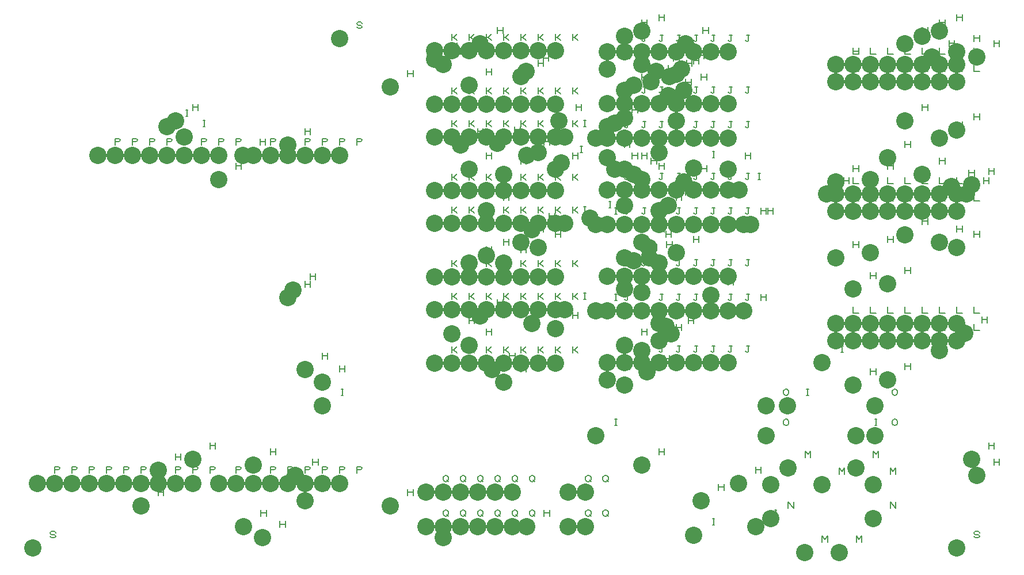
<source format=gbr>
G04 EasyPC Gerber Version 21.0.3 Build 4286 *
%FSLAX35Y35*%
%MOIN*%
%ADD11C,0.00500*%
%ADD81C,0.10000*%
X0Y0D02*
D02*
D11*
X32750Y29625D02*
X33063Y29000D01*
X33687Y28687*
X34937*
X35563Y29000*
X35875Y29625*
X35563Y30250*
X34937Y30563*
X33687*
X33063Y30875*
X32750Y31500*
X33063Y32125*
X33687Y32437*
X34937*
X35563Y32125*
X35875Y31500*
X35250Y66187D02*
Y69937D01*
X37437*
X38063Y69625*
X38375Y69000*
X38063Y68375*
X37437Y68063*
X35250*
X45250Y66187D02*
Y69937D01*
X47437*
X48063Y69625*
X48375Y69000*
X48063Y68375*
X47437Y68063*
X45250*
X55250Y66187D02*
Y69937D01*
X57437*
X58063Y69625*
X58375Y69000*
X58063Y68375*
X57437Y68063*
X55250*
X65250Y66187D02*
Y69937D01*
X67437*
X68063Y69625*
X68375Y69000*
X68063Y68375*
X67437Y68063*
X65250*
X70250Y256187D02*
Y259937D01*
X72437*
X73063Y259625*
X73375Y259000*
X73063Y258375*
X72437Y258063*
X70250*
X75250Y66187D02*
Y69937D01*
X77437*
X78063Y69625*
X78375Y69000*
X78063Y68375*
X77437Y68063*
X75250*
X80250Y256187D02*
Y259937D01*
X82437*
X83063Y259625*
X83375Y259000*
X83063Y258375*
X82437Y258063*
X80250*
X85250Y66187D02*
Y69937D01*
X87437*
X88063Y69625*
X88375Y69000*
X88063Y68375*
X87437Y68063*
X85250*
X90250Y256187D02*
Y259937D01*
X92437*
X93063Y259625*
X93375Y259000*
X93063Y258375*
X92437Y258063*
X90250*
X95250Y53187D02*
Y56937D01*
Y55063D02*
X98375D01*
Y53187D02*
Y56937D01*
X95250Y66187D02*
Y69937D01*
X97437*
X98063Y69625*
X98375Y69000*
X98063Y68375*
X97437Y68063*
X95250*
X100250Y256187D02*
Y259937D01*
X102437*
X103063Y259625*
X103375Y259000*
X103063Y258375*
X102437Y258063*
X100250*
X105250Y66187D02*
Y69937D01*
X107437*
X108063Y69625*
X108375Y69000*
X108063Y68375*
X107437Y68063*
X105250*
Y73687D02*
Y77437D01*
Y75563D02*
X108375D01*
Y73687D02*
Y77437D01*
X110250Y256187D02*
Y259937D01*
X112437*
X113063Y259625*
X113375Y259000*
X113063Y258375*
X112437Y258063*
X110250*
X111187Y272687D02*
X112437D01*
X111813D02*
Y276437D01*
X111187D02*
X112437D01*
X115250Y66187D02*
Y69937D01*
X117437*
X118063Y69625*
X118375Y69000*
X118063Y68375*
X117437Y68063*
X115250*
Y276187D02*
Y279937D01*
Y278063D02*
X118375D01*
Y276187D02*
Y279937D01*
X120250Y256187D02*
Y259937D01*
X122437*
X123063Y259625*
X123375Y259000*
X123063Y258375*
X122437Y258063*
X120250*
X121187Y266687D02*
X122437D01*
X121813D02*
Y270437D01*
X121187D02*
X122437D01*
X125250Y66187D02*
Y69937D01*
X127437*
X128063Y69625*
X128375Y69000*
X128063Y68375*
X127437Y68063*
X125250*
Y80187D02*
Y83937D01*
Y82063D02*
X128375D01*
Y80187D02*
Y83937D01*
X130250Y256187D02*
Y259937D01*
X132437*
X133063Y259625*
X133375Y259000*
X133063Y258375*
X132437Y258063*
X130250*
X140250Y66187D02*
Y69937D01*
X142437*
X143063Y69625*
X143375Y69000*
X143063Y68375*
X142437Y68063*
X140250*
Y242187D02*
Y245937D01*
Y244063D02*
X143375D01*
Y242187D02*
Y245937D01*
X140250Y256187D02*
Y259937D01*
X142437*
X143063Y259625*
X143375Y259000*
X143063Y258375*
X142437Y258063*
X140250*
X150250Y66187D02*
Y69937D01*
X152437*
X153063Y69625*
X153375Y69000*
X153063Y68375*
X152437Y68063*
X150250*
X154250Y256187D02*
Y259937D01*
Y258063D02*
X157375D01*
Y256187D02*
Y259937D01*
X154750Y41187D02*
Y44937D01*
Y43063D02*
X157875D01*
Y41187D02*
Y44937D01*
X160250Y66187D02*
Y69937D01*
X162437*
X163063Y69625*
X163375Y69000*
X163063Y68375*
X162437Y68063*
X160250*
Y76687D02*
Y80437D01*
Y78563D02*
X163375D01*
Y76687D02*
Y80437D01*
X160250Y256187D02*
Y259937D01*
X162437*
X163063Y259625*
X163375Y259000*
X163063Y258375*
X162437Y258063*
X160250*
X165750Y34687D02*
Y38437D01*
Y36563D02*
X168875D01*
Y34687D02*
Y38437D01*
X170250Y66187D02*
Y69937D01*
X172437*
X173063Y69625*
X173375Y69000*
X173063Y68375*
X172437Y68063*
X170250*
Y256187D02*
Y259937D01*
X172437*
X173063Y259625*
X173375Y259000*
X173063Y258375*
X172437Y258063*
X170250*
X180250Y66187D02*
Y69937D01*
X182437*
X183063Y69625*
X183375Y69000*
X183063Y68375*
X182437Y68063*
X180250*
Y173687D02*
Y177437D01*
Y175563D02*
X183375D01*
Y173687D02*
Y177437D01*
X180250Y256187D02*
Y259937D01*
X182437*
X183063Y259625*
X183375Y259000*
X183063Y258375*
X182437Y258063*
X180250*
Y262187D02*
Y265937D01*
Y264063D02*
X183375D01*
Y262187D02*
Y265937D01*
X183250Y178187D02*
Y181937D01*
Y180063D02*
X186375D01*
Y178187D02*
Y181937D01*
X184750Y70687D02*
Y74437D01*
Y72563D02*
X187875D01*
Y70687D02*
Y74437D01*
X190250Y56187D02*
Y59937D01*
Y58063D02*
X193375D01*
Y56187D02*
Y59937D01*
X190250Y66187D02*
Y69937D01*
X192437*
X193063Y69625*
X193375Y69000*
X193063Y68375*
X192437Y68063*
X190250*
Y132187D02*
Y135937D01*
Y134063D02*
X193375D01*
Y132187D02*
Y135937D01*
X190250Y256187D02*
Y259937D01*
X192437*
X193063Y259625*
X193375Y259000*
X193063Y258375*
X192437Y258063*
X190250*
X200250Y66187D02*
Y69937D01*
X202437*
X203063Y69625*
X203375Y69000*
X203063Y68375*
X202437Y68063*
X200250*
X201187Y111187D02*
X202437D01*
X201813D02*
Y114937D01*
X201187D02*
X202437D01*
X200250Y124687D02*
Y128437D01*
Y126563D02*
X203375D01*
Y124687D02*
Y128437D01*
X200250Y256187D02*
Y259937D01*
X202437*
X203063Y259625*
X203375Y259000*
X203063Y258375*
X202437Y258063*
X200250*
X210250Y66187D02*
Y69937D01*
X212437*
X213063Y69625*
X213375Y69000*
X213063Y68375*
X212437Y68063*
X210250*
Y256187D02*
Y259937D01*
X212437*
X213063Y259625*
X213375Y259000*
X213063Y258375*
X212437Y258063*
X210250*
Y324625D02*
X210563Y324000D01*
X211187Y323687*
X212437*
X213063Y324000*
X213375Y324625*
X213063Y325250*
X212437Y325563*
X211187*
X210563Y325875*
X210250Y326500*
X210563Y327125*
X211187Y327437*
X212437*
X213063Y327125*
X213375Y326500*
X239750Y53187D02*
Y56937D01*
Y55063D02*
X242875D01*
Y53187D02*
Y56937D01*
X239750Y295687D02*
Y299437D01*
Y297563D02*
X242875D01*
Y295687D02*
Y299437D01*
X260250Y42437D02*
Y43687D01*
X260563Y44313*
X260875Y44625*
X261500Y44937*
X262125*
X262750Y44625*
X263063Y44313*
X263375Y43687*
Y42437*
X263063Y41813*
X262750Y41500*
X262125Y41187*
X261500*
X260875Y41500*
X260563Y41813*
X260250Y42437*
X262437Y42125D02*
X263375Y41187D01*
X260250Y62437D02*
Y63687D01*
X260563Y64313*
X260875Y64625*
X261500Y64937*
X262125*
X262750Y64625*
X263063Y64313*
X263375Y63687*
Y62437*
X263063Y61813*
X262750Y61500*
X262125Y61187*
X261500*
X260875Y61500*
X260563Y61813*
X260250Y62437*
X262437Y62125D02*
X263375Y61187D01*
X265250Y135695D02*
Y139445D01*
Y137570D02*
X266187D01*
X268375Y139445*
X266187Y137570D02*
X268375Y135695D01*
X265250Y166680D02*
Y170430D01*
Y168555D02*
X266187D01*
X268375Y170430*
X266187Y168555D02*
X268375Y166680D01*
X265250Y185695D02*
Y189445D01*
Y187570D02*
X266187D01*
X268375Y189445*
X266187Y187570D02*
X268375Y185695D01*
X265250Y216680D02*
Y220430D01*
Y218555D02*
X266187D01*
X268375Y220430*
X266187Y218555D02*
X268375Y216680D01*
X265250Y235695D02*
Y239445D01*
Y237570D02*
X266187D01*
X268375Y239445*
X266187Y237570D02*
X268375Y235695D01*
X265250Y266680D02*
Y270430D01*
Y268555D02*
X266187D01*
X268375Y270430*
X266187Y268555D02*
X268375Y266680D01*
X265250Y285695D02*
Y289445D01*
Y287570D02*
X266187D01*
X268375Y289445*
X266187Y287570D02*
X268375Y285695D01*
X265250Y311687D02*
Y315437D01*
Y313563D02*
X268375D01*
Y311687D02*
Y315437D01*
X265250Y316680D02*
Y320430D01*
Y318555D02*
X266187D01*
X268375Y320430*
X266187Y318555D02*
X268375Y316680D01*
X270250Y34687D02*
Y38437D01*
Y36563D02*
X273375D01*
Y34687D02*
Y38437D01*
X270250Y42437D02*
Y43687D01*
X270563Y44313*
X270875Y44625*
X271500Y44937*
X272125*
X272750Y44625*
X273063Y44313*
X273375Y43687*
Y42437*
X273063Y41813*
X272750Y41500*
X272125Y41187*
X271500*
X270875Y41500*
X270563Y41813*
X270250Y42437*
X272437Y42125D02*
X273375Y41187D01*
X270250Y62437D02*
Y63687D01*
X270563Y64313*
X270875Y64625*
X271500Y64937*
X272125*
X272750Y64625*
X273063Y64313*
X273375Y63687*
Y62437*
X273063Y61813*
X272750Y61500*
X272125Y61187*
X271500*
X270875Y61500*
X270563Y61813*
X270250Y62437*
X272437Y62125D02*
X273375Y61187D01*
X270250Y308687D02*
Y312437D01*
Y310563D02*
X273375D01*
Y308687D02*
Y312437D01*
X275250Y135695D02*
Y139445D01*
Y137570D02*
X276187D01*
X278375Y139445*
X276187Y137570D02*
X278375Y135695D01*
X275250Y152687D02*
Y156437D01*
Y154563D02*
X278375D01*
Y152687D02*
Y156437D01*
X275250Y166680D02*
Y170430D01*
Y168555D02*
X276187D01*
X278375Y170430*
X276187Y168555D02*
X278375Y166680D01*
X275250Y185695D02*
Y189445D01*
Y187570D02*
X276187D01*
X278375Y189445*
X276187Y187570D02*
X278375Y185695D01*
X275250Y216680D02*
Y220430D01*
Y218555D02*
X276187D01*
X278375Y220430*
X276187Y218555D02*
X278375Y216680D01*
X275250Y235695D02*
Y239445D01*
Y237570D02*
X276187D01*
X278375Y239445*
X276187Y237570D02*
X278375Y235695D01*
X275250Y266680D02*
Y270430D01*
Y268555D02*
X276187D01*
X278375Y270430*
X276187Y268555D02*
X278375Y266680D01*
X275250Y285695D02*
Y289445D01*
Y287570D02*
X276187D01*
X278375Y289445*
X276187Y287570D02*
X278375Y285695D01*
X275250Y316680D02*
Y320430D01*
Y318555D02*
X276187D01*
X278375Y320430*
X276187Y318555D02*
X278375Y316680D01*
X280250Y42437D02*
Y43687D01*
X280563Y44313*
X280875Y44625*
X281500Y44937*
X282125*
X282750Y44625*
X283063Y44313*
X283375Y43687*
Y42437*
X283063Y41813*
X282750Y41500*
X282125Y41187*
X281500*
X280875Y41500*
X280563Y41813*
X280250Y42437*
X282437Y42125D02*
X283375Y41187D01*
X280250Y62437D02*
Y63687D01*
X280563Y64313*
X280875Y64625*
X281500Y64937*
X282125*
X282750Y64625*
X283063Y64313*
X283375Y63687*
Y62437*
X283063Y61813*
X282750Y61500*
X282125Y61187*
X281500*
X280875Y61500*
X280563Y61813*
X280250Y62437*
X282437Y62125D02*
X283375Y61187D01*
X280250Y262187D02*
Y265937D01*
Y264063D02*
X283375D01*
Y262187D02*
Y265937D01*
X285250Y135695D02*
Y139445D01*
Y137570D02*
X286187D01*
X288375Y139445*
X286187Y137570D02*
X288375Y135695D01*
X285250Y146187D02*
Y149937D01*
Y148063D02*
X288375D01*
Y146187D02*
Y149937D01*
X285250Y166680D02*
Y170430D01*
Y168555D02*
X286187D01*
X288375Y170430*
X286187Y168555D02*
X288375Y166680D01*
X285250Y185695D02*
Y189445D01*
Y187570D02*
X286187D01*
X288375Y189445*
X286187Y187570D02*
X288375Y185695D01*
X285250Y193687D02*
Y197437D01*
Y195563D02*
X288375D01*
Y193687D02*
Y197437D01*
X285250Y216680D02*
Y220430D01*
Y218555D02*
X286187D01*
X288375Y220430*
X286187Y218555D02*
X288375Y216680D01*
X285250Y235695D02*
Y239445D01*
Y237570D02*
X286187D01*
X288375Y239445*
X286187Y237570D02*
X288375Y235695D01*
X285250Y248187D02*
Y251937D01*
Y250063D02*
X288375D01*
Y248187D02*
Y251937D01*
X285250Y266680D02*
Y270430D01*
Y268555D02*
X286187D01*
X288375Y270430*
X286187Y268555D02*
X288375Y266680D01*
X285250Y285695D02*
Y289445D01*
Y287570D02*
X286187D01*
X288375Y289445*
X286187Y287570D02*
X288375Y285695D01*
X285250Y296687D02*
Y300437D01*
Y298563D02*
X288375D01*
Y296687D02*
Y300437D01*
X285250Y316680D02*
Y320430D01*
Y318555D02*
X286187D01*
X288375Y320430*
X286187Y318555D02*
X288375Y316680D01*
X290250Y42437D02*
Y43687D01*
X290563Y44313*
X290875Y44625*
X291500Y44937*
X292125*
X292750Y44625*
X293063Y44313*
X293375Y43687*
Y42437*
X293063Y41813*
X292750Y41500*
X292125Y41187*
X291500*
X290875Y41500*
X290563Y41813*
X290250Y42437*
X292437Y42125D02*
X293375Y41187D01*
X290250Y62437D02*
Y63687D01*
X290563Y64313*
X290875Y64625*
X291500Y64937*
X292125*
X292750Y64625*
X293063Y64313*
X293375Y63687*
Y62437*
X293063Y61813*
X292750Y61500*
X292125Y61187*
X291500*
X290875Y61500*
X290563Y61813*
X290250Y62437*
X292437Y62125D02*
X293375Y61187D01*
X291750Y163187D02*
Y166937D01*
Y165063D02*
X294875D01*
Y163187D02*
Y166937D01*
X291750Y320687D02*
Y324437D01*
Y322563D02*
X294875D01*
Y320687D02*
Y324437D01*
X295250Y135695D02*
Y139445D01*
Y137570D02*
X296187D01*
X298375Y139445*
X296187Y137570D02*
X298375Y135695D01*
X295250Y166680D02*
Y170430D01*
Y168555D02*
X296187D01*
X298375Y170430*
X296187Y168555D02*
X298375Y166680D01*
X295250Y185695D02*
Y189445D01*
Y187570D02*
X296187D01*
X298375Y189445*
X296187Y187570D02*
X298375Y185695D01*
X295250Y198187D02*
Y201937D01*
Y200063D02*
X298375D01*
Y198187D02*
Y201937D01*
X295250Y216680D02*
Y220430D01*
Y218555D02*
X296187D01*
X298375Y220430*
X296187Y218555D02*
X298375Y216680D01*
X295250Y224187D02*
Y227937D01*
Y226063D02*
X298375D01*
Y224187D02*
Y227937D01*
X295250Y235695D02*
Y239445D01*
Y237570D02*
X296187D01*
X298375Y239445*
X296187Y237570D02*
X298375Y235695D01*
X295250Y266680D02*
Y270430D01*
Y268555D02*
X296187D01*
X298375Y270430*
X296187Y268555D02*
X298375Y266680D01*
X295250Y285695D02*
Y289445D01*
Y287570D02*
X296187D01*
X298375Y289445*
X296187Y287570D02*
X298375Y285695D01*
X295250Y316680D02*
Y320430D01*
Y318555D02*
X296187D01*
X298375Y320430*
X296187Y318555D02*
X298375Y316680D01*
X298750Y132187D02*
Y135937D01*
Y134063D02*
X301875D01*
Y132187D02*
Y135937D01*
X300250Y42437D02*
Y43687D01*
X300563Y44313*
X300875Y44625*
X301500Y44937*
X302125*
X302750Y44625*
X303063Y44313*
X303375Y43687*
Y42437*
X303063Y41813*
X302750Y41500*
X302125Y41187*
X301500*
X300875Y41500*
X300563Y41813*
X300250Y42437*
X302437Y42125D02*
X303375Y41187D01*
X300250Y62437D02*
Y63687D01*
X300563Y64313*
X300875Y64625*
X301500Y64937*
X302125*
X302750Y64625*
X303063Y64313*
X303375Y63687*
Y62437*
X303063Y61813*
X302750Y61500*
X302125Y61187*
X301500*
X300875Y61500*
X300563Y61813*
X300250Y62437*
X302437Y62125D02*
X303375Y61187D01*
X301750Y263187D02*
Y266937D01*
Y265063D02*
X304875D01*
Y263187D02*
Y266937D01*
X305250Y124687D02*
Y128437D01*
Y126563D02*
X308375D01*
Y124687D02*
Y128437D01*
X305250Y135695D02*
Y139445D01*
Y137570D02*
X306187D01*
X308375Y139445*
X306187Y137570D02*
X308375Y135695D01*
X305250Y166680D02*
Y170430D01*
Y168555D02*
X306187D01*
X308375Y170430*
X306187Y168555D02*
X308375Y166680D01*
X305250Y185695D02*
Y189445D01*
Y187570D02*
X306187D01*
X308375Y189445*
X306187Y187570D02*
X308375Y185695D01*
X305250Y193687D02*
Y197437D01*
Y195563D02*
X308375D01*
Y193687D02*
Y197437D01*
X305250Y216680D02*
Y220430D01*
Y218555D02*
X306187D01*
X308375Y220430*
X306187Y218555D02*
X308375Y216680D01*
X305250Y235695D02*
Y239445D01*
Y237570D02*
X306187D01*
X308375Y239445*
X306187Y237570D02*
X308375Y235695D01*
X305250Y245187D02*
Y248937D01*
Y247063D02*
X308375D01*
Y245187D02*
Y248937D01*
X305250Y266680D02*
Y270430D01*
Y268555D02*
X306187D01*
X308375Y270430*
X306187Y268555D02*
X308375Y266680D01*
X305250Y285695D02*
Y289445D01*
Y287570D02*
X306187D01*
X308375Y289445*
X306187Y287570D02*
X308375Y285695D01*
X305250Y316680D02*
Y320430D01*
Y318555D02*
X306187D01*
X308375Y320430*
X306187Y318555D02*
X308375Y316680D01*
X310250Y42437D02*
Y43687D01*
X310563Y44313*
X310875Y44625*
X311500Y44937*
X312125*
X312750Y44625*
X313063Y44313*
X313375Y43687*
Y42437*
X313063Y41813*
X312750Y41500*
X312125Y41187*
X311500*
X310875Y41500*
X310563Y41813*
X310250Y42437*
X312437Y42125D02*
X313375Y41187D01*
X310250Y62437D02*
Y63687D01*
X310563Y64313*
X310875Y64625*
X311500Y64937*
X312125*
X312750Y64625*
X313063Y64313*
X313375Y63687*
Y62437*
X313063Y61813*
X312750Y61500*
X312125Y61187*
X311500*
X310875Y61500*
X310563Y61813*
X310250Y62437*
X312437Y62125D02*
X313375Y61187D01*
X315250Y135695D02*
Y139445D01*
Y137570D02*
X316187D01*
X318375Y139445*
X316187Y137570D02*
X318375Y135695D01*
X315250Y166680D02*
Y170430D01*
Y168555D02*
X316187D01*
X318375Y170430*
X316187Y168555D02*
X318375Y166680D01*
X315250Y185695D02*
Y189445D01*
Y187570D02*
X316187D01*
X318375Y189445*
X316187Y187570D02*
X318375Y185695D01*
X315250Y205687D02*
Y209437D01*
Y207563D02*
X318375D01*
Y205687D02*
Y209437D01*
X315250Y216680D02*
Y220430D01*
Y218555D02*
X316187D01*
X318375Y220430*
X316187Y218555D02*
X318375Y216680D01*
X315250Y235695D02*
Y239445D01*
Y237570D02*
X316187D01*
X318375Y239445*
X316187Y237570D02*
X318375Y235695D01*
X315250Y266680D02*
Y270430D01*
Y268555D02*
X316187D01*
X318375Y270430*
X316187Y268555D02*
X318375Y266680D01*
X315250Y285695D02*
Y289445D01*
Y287570D02*
X316187D01*
X318375Y289445*
X316187Y287570D02*
X318375Y285695D01*
X315250Y301687D02*
Y305437D01*
Y303563D02*
X318375D01*
Y301687D02*
Y305437D01*
X315250Y316680D02*
Y320430D01*
Y318555D02*
X316187D01*
X318375Y320430*
X316187Y318555D02*
X318375Y316680D01*
X318250Y304687D02*
Y308437D01*
Y306563D02*
X321375D01*
Y304687D02*
Y308437D01*
X318750Y41187D02*
Y44937D01*
Y43063D02*
X321875D01*
Y41187D02*
Y44937D01*
X318750Y256187D02*
Y259937D01*
Y258063D02*
X321875D01*
Y256187D02*
Y259937D01*
X321750Y158687D02*
Y162437D01*
Y160563D02*
X324875D01*
Y158687D02*
Y162437D01*
X321750Y213187D02*
Y216937D01*
Y215063D02*
X324875D01*
Y213187D02*
Y216937D01*
X325250Y135695D02*
Y139445D01*
Y137570D02*
X326187D01*
X328375Y139445*
X326187Y137570D02*
X328375Y135695D01*
X325250Y166680D02*
Y170430D01*
Y168555D02*
X326187D01*
X328375Y170430*
X326187Y168555D02*
X328375Y166680D01*
X325250Y185695D02*
Y189445D01*
Y187570D02*
X326187D01*
X328375Y189445*
X326187Y187570D02*
X328375Y185695D01*
X325250Y202687D02*
Y206437D01*
Y204563D02*
X328375D01*
Y202687D02*
Y206437D01*
X325250Y216680D02*
Y220430D01*
Y218555D02*
X326187D01*
X328375Y220430*
X326187Y218555D02*
X328375Y216680D01*
X325250Y235695D02*
Y239445D01*
Y237570D02*
X326187D01*
X328375Y239445*
X326187Y237570D02*
X328375Y235695D01*
X325250Y257687D02*
Y261437D01*
Y259563D02*
X328375D01*
Y257687D02*
Y261437D01*
X325250Y266680D02*
Y270430D01*
Y268555D02*
X326187D01*
X328375Y270430*
X326187Y268555D02*
X328375Y266680D01*
X325250Y285695D02*
Y289445D01*
Y287570D02*
X326187D01*
X328375Y289445*
X326187Y287570D02*
X328375Y285695D01*
X325250Y316680D02*
Y320430D01*
Y318555D02*
X326187D01*
X328375Y320430*
X326187Y318555D02*
X328375Y316680D01*
X335250Y135695D02*
Y139445D01*
Y137570D02*
X336187D01*
X338375Y139445*
X336187Y137570D02*
X338375Y135695D01*
X335250Y155687D02*
Y159437D01*
Y157563D02*
X338375D01*
Y155687D02*
Y159437D01*
X335250Y166680D02*
Y170430D01*
Y168555D02*
X336187D01*
X338375Y170430*
X336187Y168555D02*
X338375Y166680D01*
X335250Y185695D02*
Y189445D01*
Y187570D02*
X336187D01*
X338375Y189445*
X336187Y187570D02*
X338375Y185695D01*
X335250Y216680D02*
Y220430D01*
Y218555D02*
X336187D01*
X338375Y220430*
X336187Y218555D02*
X338375Y216680D01*
X335250Y235695D02*
Y239445D01*
Y237570D02*
X336187D01*
X338375Y239445*
X336187Y237570D02*
X338375Y235695D01*
X335250Y248187D02*
Y251937D01*
Y250063D02*
X338375D01*
Y248187D02*
Y251937D01*
X335250Y266680D02*
Y270430D01*
Y268555D02*
X336187D01*
X338375Y270430*
X336187Y268555D02*
X338375Y266680D01*
X335250Y285695D02*
Y289445D01*
Y287570D02*
X336187D01*
X338375Y289445*
X336187Y287570D02*
X338375Y285695D01*
X335250Y316680D02*
Y320430D01*
Y318555D02*
X336187D01*
X338375Y320430*
X336187Y318555D02*
X338375Y316680D01*
X337250Y276187D02*
Y279937D01*
Y278063D02*
X340375D01*
Y276187D02*
Y279937D01*
X339687Y251687D02*
X340937D01*
X340313D02*
Y255437D01*
X339687D02*
X340937D01*
X341687Y166687D02*
X342937D01*
X342313D02*
Y170437D01*
X341687D02*
X342937D01*
X341687Y216687D02*
X342937D01*
X342313D02*
Y220437D01*
X341687D02*
X342937D01*
X341687Y266687D02*
X342937D01*
X342313D02*
Y270437D01*
X341687D02*
X342937D01*
X342750Y42437D02*
Y43687D01*
X343063Y44313*
X343375Y44625*
X344000Y44937*
X344625*
X345250Y44625*
X345563Y44313*
X345875Y43687*
Y42437*
X345563Y41813*
X345250Y41500*
X344625Y41187*
X344000*
X343375Y41500*
X343063Y41813*
X342750Y42437*
X344937Y42125D02*
X345875Y41187D01*
X342750Y62437D02*
Y63687D01*
X343063Y64313*
X343375Y64625*
X344000Y64937*
X344625*
X345250Y64625*
X345563Y64313*
X345875Y63687*
Y62437*
X345563Y61813*
X345250Y61500*
X344625Y61187*
X344000*
X343375Y61500*
X343063Y61813*
X342750Y62437*
X344937Y62125D02*
X345875Y61187D01*
X352750Y42437D02*
Y43687D01*
X353063Y44313*
X353375Y44625*
X354000Y44937*
X354625*
X355250Y44625*
X355563Y44313*
X355875Y43687*
Y42437*
X355563Y41813*
X355250Y41500*
X354625Y41187*
X354000*
X353375Y41500*
X353063Y41813*
X352750Y42437*
X354937Y42125D02*
X355875Y41187D01*
X352750Y62437D02*
Y63687D01*
X353063Y64313*
X353375Y64625*
X354000Y64937*
X354625*
X355250Y64625*
X355563Y64313*
X355875Y63687*
Y62437*
X355563Y61813*
X355250Y61500*
X354625Y61187*
X354000*
X353375Y61500*
X353063Y61813*
X352750Y62437*
X354937Y62125D02*
X355875Y61187D01*
X356187Y219687D02*
X357437D01*
X356813D02*
Y223437D01*
X356187D02*
X357437D01*
X359687Y93687D02*
X360937D01*
X360313D02*
Y97437D01*
X359687D02*
X360937D01*
X359687Y166187D02*
X360937D01*
X360313D02*
Y169937D01*
X359687D02*
X360937D01*
X359687Y216187D02*
X360937D01*
X360313D02*
Y219937D01*
X359687D02*
X360937D01*
X359687Y266187D02*
X360937D01*
X360313D02*
Y269937D01*
X359687D02*
X360937D01*
X365250Y126187D02*
Y129937D01*
Y128063D02*
X368375D01*
Y126187D02*
Y129937D01*
X365250Y136813D02*
X365563Y136500D01*
X366187Y136187*
X366813Y136500*
X367125Y136813*
Y139937*
X367750*
X367125D02*
X365875D01*
X365250Y166813D02*
X365563Y166500D01*
X366187Y166187*
X366813Y166500*
X367125Y166813*
Y169937*
X367750*
X367125D02*
X365875D01*
X365250Y186813D02*
X365563Y186500D01*
X366187Y186187*
X366813Y186500*
X367125Y186813*
Y189937*
X367750*
X367125D02*
X365875D01*
X365250Y216813D02*
X365563Y216500D01*
X366187Y216187*
X366813Y216500*
X367125Y216813*
Y219937*
X367750*
X367125D02*
X365875D01*
X365250Y236813D02*
X365563Y236500D01*
X366187Y236187*
X366813Y236500*
X367125Y236813*
Y239937*
X367750*
X367125D02*
X365875D01*
X365250Y254687D02*
Y258437D01*
Y256563D02*
X368375D01*
Y254687D02*
Y258437D01*
X365250Y266813D02*
X365563Y266500D01*
X366187Y266187*
X366813Y266500*
X367125Y266813*
Y269937*
X367750*
X367125D02*
X365875D01*
X366187Y272687D02*
X367437D01*
X366813D02*
Y276437D01*
X366187D02*
X367437D01*
X365250Y286813D02*
X365563Y286500D01*
X366187Y286187*
X366813Y286500*
X367125Y286813*
Y289937*
X367750*
X367125D02*
X365875D01*
X365250Y306187D02*
Y309937D01*
Y308063D02*
X368375D01*
Y306187D02*
Y309937D01*
X365250Y316813D02*
X365563Y316500D01*
X366187Y316187*
X366813Y316500*
X367125Y316813*
Y319937*
X367750*
X367125D02*
X365875D01*
X369750Y248187D02*
Y251937D01*
Y250063D02*
X372875D01*
Y248187D02*
Y251937D01*
X369750Y274687D02*
Y278437D01*
Y276563D02*
X372875D01*
Y274687D02*
Y278437D01*
X375250Y123187D02*
Y126937D01*
Y125063D02*
X378375D01*
Y123187D02*
Y126937D01*
X375250Y136813D02*
X375563Y136500D01*
X376187Y136187*
X376813Y136500*
X377125Y136813*
Y139937*
X377750*
X377125D02*
X375875D01*
X375250Y146187D02*
Y149937D01*
Y148063D02*
X378375D01*
Y146187D02*
Y149937D01*
X375250Y166813D02*
X375563Y166500D01*
X376187Y166187*
X376813Y166500*
X377125Y166813*
Y169937*
X377750*
X377125D02*
X375875D01*
X375250Y178687D02*
Y182437D01*
Y180563D02*
X378375D01*
Y178687D02*
Y182437D01*
X375250Y186813D02*
X375563Y186500D01*
X376187Y186187*
X376813Y186500*
X377125Y186813*
Y189937*
X377750*
X377125D02*
X375875D01*
X375250Y196687D02*
Y200437D01*
Y198563D02*
X378375D01*
Y196687D02*
Y200437D01*
X375250Y216813D02*
X375563Y216500D01*
X376187Y216187*
X376813Y216500*
X377125Y216813*
Y219937*
X377750*
X377125D02*
X375875D01*
X375250Y227187D02*
Y230937D01*
Y229063D02*
X378375D01*
Y227187D02*
Y230937D01*
X375250Y236813D02*
X375563Y236500D01*
X376187Y236187*
X376813Y236500*
X377125Y236813*
Y239937*
X377750*
X377125D02*
X375875D01*
X375250Y248187D02*
Y251937D01*
Y250063D02*
X378375D01*
Y248187D02*
Y251937D01*
X375250Y266813D02*
X375563Y266500D01*
X376187Y266187*
X376813Y266500*
X377125Y266813*
Y269937*
X377750*
X377125D02*
X375875D01*
X375250Y277687D02*
Y281437D01*
Y279563D02*
X378375D01*
Y277687D02*
Y281437D01*
X375250Y286813D02*
X375563Y286500D01*
X376187Y286187*
X376813Y286500*
X377125Y286813*
Y289937*
X377750*
X377125D02*
X375875D01*
X375250Y293687D02*
Y297437D01*
Y295563D02*
X378375D01*
Y293687D02*
Y297437D01*
X375250Y316813D02*
X375563Y316500D01*
X376187Y316187*
X376813Y316500*
X377125Y316813*
Y319937*
X377750*
X377125D02*
X375875D01*
X375250Y325187D02*
Y328937D01*
Y327063D02*
X378375D01*
Y325187D02*
Y328937D01*
X380750Y195187D02*
Y198937D01*
Y197063D02*
X383875D01*
Y195187D02*
Y198937D01*
X380750Y245187D02*
Y248937D01*
Y247063D02*
X383875D01*
Y245187D02*
Y248937D01*
X380750Y296687D02*
Y300437D01*
Y298563D02*
X383875D01*
Y296687D02*
Y300437D01*
X385250Y76687D02*
Y80437D01*
Y78563D02*
X388375D01*
Y76687D02*
Y80437D01*
X385250Y136813D02*
X385563Y136500D01*
X386187Y136187*
X386813Y136500*
X387125Y136813*
Y139937*
X387750*
X387125D02*
X385875D01*
X385250Y143187D02*
Y146937D01*
Y145063D02*
X388375D01*
Y143187D02*
Y146937D01*
X385250Y166813D02*
X385563Y166500D01*
X386187Y166187*
X386813Y166500*
X387125Y166813*
Y169937*
X387750*
X387125D02*
X385875D01*
X385250Y176687D02*
Y180437D01*
Y178563D02*
X388375D01*
Y176687D02*
Y180437D01*
X385250Y186813D02*
X385563Y186500D01*
X386187Y186187*
X386813Y186500*
X387125Y186813*
Y189937*
X387750*
X387125D02*
X385875D01*
X385250Y205687D02*
Y209437D01*
Y207563D02*
X388375D01*
Y205687D02*
Y209437D01*
X385250Y216813D02*
X385563Y216500D01*
X386187Y216187*
X386813Y216500*
X387125Y216813*
Y219937*
X387750*
X387125D02*
X385875D01*
X385250Y236813D02*
X385563Y236500D01*
X386187Y236187*
X386813Y236500*
X387125Y236813*
Y239937*
X387750*
X387125D02*
X385875D01*
X385250Y242187D02*
Y245937D01*
Y244063D02*
X388375D01*
Y242187D02*
Y245937D01*
X385250Y266813D02*
X385563Y266500D01*
X386187Y266187*
X386813Y266500*
X387125Y266813*
Y269937*
X387750*
X387125D02*
X385875D01*
X385250Y286813D02*
X385563Y286500D01*
X386187Y286187*
X386813Y286500*
X387125Y286813*
Y289937*
X387750*
X387125D02*
X385875D01*
X385250Y308687D02*
Y312437D01*
Y310563D02*
X388375D01*
Y308687D02*
Y312437D01*
X385250Y316813D02*
X385563Y316500D01*
X386187Y316187*
X386813Y316500*
X387125Y316813*
Y319937*
X387750*
X387125D02*
X385875D01*
X385250Y328187D02*
Y331937D01*
Y330063D02*
X388375D01*
Y328187D02*
Y331937D01*
X388250Y130687D02*
Y134437D01*
Y132563D02*
X391375D01*
Y130687D02*
Y134437D01*
X389250Y202687D02*
Y206437D01*
Y204563D02*
X392375D01*
Y202687D02*
Y206437D01*
X389750Y196687D02*
Y200437D01*
Y198563D02*
X392875D01*
Y196687D02*
Y200437D01*
X390750Y298687D02*
Y302437D01*
Y300563D02*
X393875D01*
Y298687D02*
Y302437D01*
X393750Y304687D02*
Y308437D01*
Y306563D02*
X396875D01*
Y304687D02*
Y308437D01*
X395250Y136813D02*
X395563Y136500D01*
X396187Y136187*
X396813Y136500*
X397125Y136813*
Y139937*
X397750*
X397125D02*
X395875D01*
X395250Y148687D02*
Y152437D01*
Y150563D02*
X398375D01*
Y148687D02*
Y152437D01*
X395250Y158687D02*
Y162437D01*
Y160563D02*
X398375D01*
Y158687D02*
Y162437D01*
X395250Y166813D02*
X395563Y166500D01*
X396187Y166187*
X396813Y166500*
X397125Y166813*
Y169937*
X397750*
X397125D02*
X395875D01*
X395250Y186813D02*
X395563Y186500D01*
X396187Y186187*
X396813Y186500*
X397125Y186813*
Y189937*
X397750*
X397125D02*
X395875D01*
X395250Y193687D02*
Y197437D01*
Y195563D02*
X398375D01*
Y193687D02*
Y197437D01*
X395250Y216813D02*
X395563Y216500D01*
X396187Y216187*
X396813Y216500*
X397125Y216813*
Y219937*
X397750*
X397125D02*
X395875D01*
X395250Y224187D02*
Y227937D01*
Y226063D02*
X398375D01*
Y224187D02*
Y227937D01*
X395250Y236813D02*
X395563Y236500D01*
X396187Y236187*
X396813Y236500*
X397125Y236813*
Y239937*
X397750*
X397125D02*
X395875D01*
X395250Y257687D02*
Y261437D01*
Y259563D02*
X398375D01*
Y257687D02*
Y261437D01*
X395250Y266813D02*
X395563Y266500D01*
X396187Y266187*
X396813Y266500*
X397125Y266813*
Y269937*
X397750*
X397125D02*
X395875D01*
X395250Y286813D02*
X395563Y286500D01*
X396187Y286187*
X396813Y286500*
X397125Y286813*
Y289937*
X397750*
X397125D02*
X395875D01*
X395250Y316813D02*
X395563Y316500D01*
X396187Y316187*
X396813Y316500*
X397125Y316813*
Y319937*
X397750*
X397125D02*
X395875D01*
X399250Y157187D02*
Y160937D01*
Y159063D02*
X402375D01*
Y157187D02*
Y160937D01*
X400750Y227187D02*
Y230937D01*
Y229063D02*
X403875D01*
Y227187D02*
Y230937D01*
X400750Y290687D02*
Y294437D01*
Y292563D02*
X403875D01*
Y290687D02*
Y294437D01*
X401250Y301687D02*
Y305437D01*
Y303563D02*
X404375D01*
Y301687D02*
Y305437D01*
X402250Y152687D02*
Y156437D01*
Y154563D02*
X405375D01*
Y152687D02*
Y156437D01*
X405250Y136813D02*
X405563Y136500D01*
X406187Y136187*
X406813Y136500*
X407125Y136813*
Y139937*
X407750*
X407125D02*
X405875D01*
X405250Y166813D02*
X405563Y166500D01*
X406187Y166187*
X406813Y166500*
X407125Y166813*
Y169937*
X407750*
X407125D02*
X405875D01*
X405250Y186813D02*
X405563Y186500D01*
X406187Y186187*
X406813Y186500*
X407125Y186813*
Y189937*
X407750*
X407125D02*
X405875D01*
X405250Y199687D02*
Y203437D01*
Y201563D02*
X408375D01*
Y199687D02*
Y203437D01*
X405250Y216813D02*
X405563Y216500D01*
X406187Y216187*
X406813Y216500*
X407125Y216813*
Y219937*
X407750*
X407125D02*
X405875D01*
X405250Y236813D02*
X405563Y236500D01*
X406187Y236187*
X406813Y236500*
X407125Y236813*
Y239937*
X407750*
X407125D02*
X405875D01*
X405250Y266813D02*
X405563Y266500D01*
X406187Y266187*
X406813Y266500*
X407125Y266813*
Y269937*
X407750*
X407125D02*
X405875D01*
X405250Y276187D02*
Y279937D01*
Y278063D02*
X408375D01*
Y276187D02*
Y279937D01*
X405250Y286813D02*
X405563Y286500D01*
X406187Y286187*
X406813Y286500*
X407125Y286813*
Y289937*
X407750*
X407125D02*
X405875D01*
X405250Y303187D02*
Y306937D01*
Y305063D02*
X408375D01*
Y303187D02*
Y306937D01*
X405250Y316813D02*
X405563Y316500D01*
X406187Y316187*
X406813Y316500*
X407125Y316813*
Y319937*
X407750*
X407125D02*
X405875D01*
X408250Y306187D02*
Y309937D01*
Y308063D02*
X411375D01*
Y306187D02*
Y309937D01*
X409750Y240687D02*
Y244437D01*
Y242563D02*
X412875D01*
Y240687D02*
Y244437D01*
X409750Y293687D02*
Y297437D01*
Y295563D02*
X412875D01*
Y293687D02*
Y297437D01*
X410750Y320687D02*
Y324437D01*
Y322563D02*
X413875D01*
Y320687D02*
Y324437D01*
X416187Y36187D02*
X417437D01*
X416813D02*
Y39937D01*
X416187D02*
X417437D01*
X415250Y136813D02*
X415563Y136500D01*
X416187Y136187*
X416813Y136500*
X417125Y136813*
Y139937*
X417750*
X417125D02*
X415875D01*
X415250Y166813D02*
X415563Y166500D01*
X416187Y166187*
X416813Y166500*
X417125Y166813*
Y169937*
X417750*
X417125D02*
X415875D01*
X415250Y186813D02*
X415563Y186500D01*
X416187Y186187*
X416813Y186500*
X417125Y186813*
Y189937*
X417750*
X417125D02*
X415875D01*
X415250Y216813D02*
X415563Y216500D01*
X416187Y216187*
X416813Y216500*
X417125Y216813*
Y219937*
X417750*
X417125D02*
X415875D01*
X415250Y236813D02*
X415563Y236500D01*
X416187Y236187*
X416813Y236500*
X417125Y236813*
Y239937*
X417750*
X417125D02*
X415875D01*
X416187Y248687D02*
X417437D01*
X416813D02*
Y252437D01*
X416187D02*
X417437D01*
X415250Y266813D02*
X415563Y266500D01*
X416187Y266187*
X416813Y266500*
X417125Y266813*
Y269937*
X417750*
X417125D02*
X415875D01*
X415250Y286813D02*
X415563Y286500D01*
X416187Y286187*
X416813Y286500*
X417125Y286813*
Y289937*
X417750*
X417125D02*
X415875D01*
X415250Y316813D02*
X415563Y316500D01*
X416187Y316187*
X416813Y316500*
X417125Y316813*
Y319937*
X417750*
X417125D02*
X415875D01*
X419750Y56187D02*
Y59937D01*
Y58063D02*
X422875D01*
Y56187D02*
Y59937D01*
X425250Y136813D02*
X425563Y136500D01*
X426187Y136187*
X426813Y136500*
X427125Y136813*
Y139937*
X427750*
X427125D02*
X425875D01*
X425250Y166813D02*
X425563Y166500D01*
X426187Y166187*
X426813Y166500*
X427125Y166813*
Y169937*
X427750*
X427125D02*
X425875D01*
X425250Y175187D02*
Y178937D01*
Y177063D02*
X428375D01*
Y175187D02*
Y178937D01*
X425250Y186813D02*
X425563Y186500D01*
X426187Y186187*
X426813Y186500*
X427125Y186813*
Y189937*
X427750*
X427125D02*
X425875D01*
X425250Y216813D02*
X425563Y216500D01*
X426187Y216187*
X426813Y216500*
X427125Y216813*
Y219937*
X427750*
X427125D02*
X425875D01*
X425250Y236813D02*
X425563Y236500D01*
X426187Y236187*
X426813Y236500*
X427125Y236813*
Y239937*
X427750*
X427125D02*
X425875D01*
X425250Y266813D02*
X425563Y266500D01*
X426187Y266187*
X426813Y266500*
X427125Y266813*
Y269937*
X427750*
X427125D02*
X425875D01*
X425250Y286813D02*
X425563Y286500D01*
X426187Y286187*
X426813Y286500*
X427125Y286813*
Y289937*
X427750*
X427125D02*
X425875D01*
X425250Y316813D02*
X425563Y316500D01*
X426187Y316187*
X426813Y316500*
X427125Y316813*
Y319937*
X427750*
X427125D02*
X425875D01*
X435250Y136813D02*
X435563Y136500D01*
X436187Y136187*
X436813Y136500*
X437125Y136813*
Y139937*
X437750*
X437125D02*
X435875D01*
X435250Y166813D02*
X435563Y166500D01*
X436187Y166187*
X436813Y166500*
X437125Y166813*
Y169937*
X437750*
X437125D02*
X435875D01*
X435250Y186813D02*
X435563Y186500D01*
X436187Y186187*
X436813Y186500*
X437125Y186813*
Y189937*
X437750*
X437125D02*
X435875D01*
X435250Y216813D02*
X435563Y216500D01*
X436187Y216187*
X436813Y216500*
X437125Y216813*
Y219937*
X437750*
X437125D02*
X435875D01*
X435250Y236813D02*
X435563Y236500D01*
X436187Y236187*
X436813Y236500*
X437125Y236813*
Y239937*
X437750*
X437125D02*
X435875D01*
X435250Y248187D02*
Y251937D01*
Y250063D02*
X438375D01*
Y248187D02*
Y251937D01*
X435250Y266813D02*
X435563Y266500D01*
X436187Y266187*
X436813Y266500*
X437125Y266813*
Y269937*
X437750*
X437125D02*
X435875D01*
X435250Y286813D02*
X435563Y286500D01*
X436187Y286187*
X436813Y286500*
X437125Y286813*
Y289937*
X437750*
X437125D02*
X435875D01*
X435250Y316813D02*
X435563Y316500D01*
X436187Y316187*
X436813Y316500*
X437125Y316813*
Y319937*
X437750*
X437125D02*
X435875D01*
X441250Y66187D02*
Y69937D01*
Y68063D02*
X444375D01*
Y66187D02*
Y69937D01*
X442687Y236187D02*
X443937D01*
X443313D02*
Y239937D01*
X442687D02*
X443937D01*
X444250Y166187D02*
Y169937D01*
Y168063D02*
X447375D01*
Y166187D02*
Y169937D01*
X444250Y216187D02*
Y219937D01*
Y218063D02*
X447375D01*
Y216187D02*
Y219937D01*
X448250Y216187D02*
Y219937D01*
Y218063D02*
X451375D01*
Y216187D02*
Y219937D01*
X452187Y41187D02*
X453437D01*
X452813D02*
Y44937D01*
X452187D02*
X453437D01*
X457258Y94937D02*
Y96187D01*
X457570Y96813*
X457883Y97125*
X458508Y97437*
X459133*
X459758Y97125*
X460070Y96813*
X460383Y96187*
Y94937*
X460070Y94313*
X459758Y94000*
X459133Y93687*
X458508*
X457883Y94000*
X457570Y94313*
X457258Y94937*
Y112437D02*
Y113687D01*
X457570Y114313*
X457883Y114625*
X458508Y114937*
X459133*
X459758Y114625*
X460070Y114313*
X460383Y113687*
Y112437*
X460070Y111813*
X459758Y111500*
X459133Y111187*
X458508*
X457883Y111500*
X457570Y111813*
X457258Y112437*
X460093Y45715D02*
Y49465D01*
X463218Y45715*
Y49465*
X460093Y65400D02*
Y69150D01*
X461655Y67275*
X463218Y69150*
Y65400*
X470687Y111187D02*
X471937D01*
X471313D02*
Y114937D01*
X470687D02*
X471937D01*
X469935Y75243D02*
Y78993D01*
X471498Y77118*
X473060Y78993*
Y75243*
X479778Y26030D02*
Y29780D01*
X481340Y27905*
X482903Y29780*
Y26030*
X489620Y65400D02*
Y69150D01*
X491183Y67275*
X492745Y69150*
Y65400*
X490687Y136187D02*
X491937D01*
X491313D02*
Y139937D01*
X490687D02*
X491937D01*
X492250Y233687D02*
Y237437D01*
Y235563D02*
X495375D01*
Y233687D02*
Y237437D01*
X497750Y152437D02*
Y148687D01*
X500875*
X497750Y162437D02*
Y158687D01*
X500875*
X497750Y196687D02*
Y200437D01*
Y198563D02*
X500875D01*
Y196687D02*
Y200437D01*
X497750Y227437D02*
Y223687D01*
X500875*
X497750Y237437D02*
Y233687D01*
X500875*
X497750Y240687D02*
Y244437D01*
Y242563D02*
X500875D01*
Y240687D02*
Y244437D01*
X497750Y302437D02*
Y298687D01*
X500875*
X497750Y308687D02*
Y312437D01*
Y310563D02*
X500875D01*
Y308687D02*
Y312437D01*
X497750D02*
Y308687D01*
X500875*
X499463Y26030D02*
Y29780D01*
X501025Y27905*
X502588Y29780*
Y26030*
X507750Y123187D02*
Y126937D01*
Y125063D02*
X510875D01*
Y123187D02*
Y126937D01*
X507750Y152437D02*
Y148687D01*
X510875*
X507750Y162437D02*
Y158687D01*
X510875*
X507750Y178687D02*
Y182437D01*
Y180563D02*
X510875D01*
Y178687D02*
Y182437D01*
X507750Y227437D02*
Y223687D01*
X510875*
X507750Y237437D02*
Y233687D01*
X510875*
X507750Y302437D02*
Y298687D01*
X510875*
X507750Y312437D02*
Y308687D01*
X510875*
X510187Y93687D02*
X511437D01*
X510813D02*
Y97437D01*
X510187D02*
X511437D01*
X509305Y75243D02*
Y78993D01*
X510868Y77118*
X512430Y78993*
Y75243*
X517750Y152437D02*
Y148687D01*
X520875*
X517750Y162437D02*
Y158687D01*
X520875*
X517750Y199687D02*
Y203437D01*
Y201563D02*
X520875D01*
Y199687D02*
Y203437D01*
X517750Y227437D02*
Y223687D01*
X520875*
X517750Y237437D02*
Y233687D01*
X520875*
X517750Y242187D02*
Y245937D01*
Y244063D02*
X520875D01*
Y242187D02*
Y245937D01*
X517750Y302437D02*
Y298687D01*
X520875*
X517750Y312437D02*
Y308687D01*
X520875*
X519148Y45715D02*
Y49465D01*
X522273Y45715*
Y49465*
X519148Y65400D02*
Y69150D01*
X520710Y67275*
X522273Y69150*
Y65400*
X520250Y94937D02*
Y96187D01*
X520563Y96813*
X520875Y97125*
X521500Y97437*
X522125*
X522750Y97125*
X523063Y96813*
X523375Y96187*
Y94937*
X523063Y94313*
X522750Y94000*
X522125Y93687*
X521500*
X520875Y94000*
X520563Y94313*
X520250Y94937*
Y112437D02*
Y113687D01*
X520563Y114313*
X520875Y114625*
X521500Y114937*
X522125*
X522750Y114625*
X523063Y114313*
X523375Y113687*
Y112437*
X523063Y111813*
X522750Y111500*
X522125Y111187*
X521500*
X520875Y111500*
X520563Y111813*
X520250Y112437*
X527750Y126187D02*
Y129937D01*
Y128063D02*
X530875D01*
Y126187D02*
Y129937D01*
X527750Y152437D02*
Y148687D01*
X530875*
X527750Y162437D02*
Y158687D01*
X530875*
X527750Y181687D02*
Y185437D01*
Y183563D02*
X530875D01*
Y181687D02*
Y185437D01*
X527750Y227437D02*
Y223687D01*
X530875*
X527750Y237437D02*
Y233687D01*
X530875*
X527750Y254687D02*
Y258437D01*
Y256563D02*
X530875D01*
Y254687D02*
Y258437D01*
X527750Y302437D02*
Y298687D01*
X530875*
X527750Y312437D02*
Y308687D01*
X530875*
X537750Y152437D02*
Y148687D01*
X540875*
X537750Y162437D02*
Y158687D01*
X540875*
X537750Y210187D02*
Y213937D01*
Y212063D02*
X540875D01*
Y210187D02*
Y213937D01*
X537750Y227437D02*
Y223687D01*
X540875*
X537750Y237437D02*
Y233687D01*
X540875*
X537750Y276187D02*
Y279937D01*
Y278063D02*
X540875D01*
Y276187D02*
Y279937D01*
X537750Y302437D02*
Y298687D01*
X540875*
X537750Y312437D02*
Y308687D01*
X540875*
X537750Y320687D02*
Y324437D01*
Y322563D02*
X540875D01*
Y320687D02*
Y324437D01*
X547750Y152437D02*
Y148687D01*
X550875*
X547750Y162437D02*
Y158687D01*
X550875*
X547750Y227437D02*
Y223687D01*
X550875*
X547750Y237437D02*
Y233687D01*
X550875*
X547750Y245187D02*
Y248937D01*
Y247063D02*
X550875D01*
Y245187D02*
Y248937D01*
X547750Y302437D02*
Y298687D01*
X550875*
X547750Y312437D02*
Y308687D01*
X550875*
X547750Y325187D02*
Y328937D01*
Y327063D02*
X550875D01*
Y325187D02*
Y328937D01*
X553250Y313187D02*
Y316937D01*
Y315063D02*
X556375D01*
Y313187D02*
Y316937D01*
X557750Y143187D02*
Y146937D01*
Y145063D02*
X560875D01*
Y143187D02*
Y146937D01*
X557750Y152437D02*
Y148687D01*
X560875*
X557750Y162437D02*
Y158687D01*
X560875*
X557750Y205687D02*
Y209437D01*
Y207563D02*
X560875D01*
Y205687D02*
Y209437D01*
X557750Y227437D02*
Y223687D01*
X560875*
X557750Y237437D02*
Y233687D01*
X560875*
X557750Y266187D02*
Y269937D01*
Y268063D02*
X560875D01*
Y266187D02*
Y269937D01*
X557750Y302437D02*
Y298687D01*
X560875*
X557750Y312437D02*
Y308687D01*
X560875*
X557750Y328187D02*
Y331937D01*
Y330063D02*
X560875D01*
Y328187D02*
Y331937D01*
X564750Y238187D02*
Y241937D01*
Y240063D02*
X567875D01*
Y238187D02*
Y241937D01*
X567750Y29625D02*
X568063Y29000D01*
X568687Y28687*
X569937*
X570563Y29000*
X570875Y29625*
X570563Y30250*
X569937Y30563*
X568687*
X568063Y30875*
X567750Y31500*
X568063Y32125*
X568687Y32437*
X569937*
X570563Y32125*
X570875Y31500*
X567750Y152437D02*
Y148687D01*
X570875*
X567750Y162437D02*
Y158687D01*
X570875*
X567750Y202687D02*
Y206437D01*
Y204563D02*
X570875D01*
Y202687D02*
Y206437D01*
X567750Y227437D02*
Y223687D01*
X570875*
X567750Y237437D02*
Y233687D01*
X570875*
X567750Y270687D02*
Y274437D01*
Y272563D02*
X570875D01*
Y270687D02*
Y274437D01*
X567750Y302437D02*
Y298687D01*
X570875*
X567750Y312437D02*
Y308687D01*
X570875*
X567750Y316187D02*
Y319937D01*
Y318063D02*
X570875D01*
Y316187D02*
Y319937D01*
X572250Y153187D02*
Y156937D01*
Y155063D02*
X575375D01*
Y153187D02*
Y156937D01*
X573250Y233687D02*
Y237437D01*
Y235563D02*
X576375D01*
Y233687D02*
Y237437D01*
X576250Y80187D02*
Y83937D01*
Y82063D02*
X579375D01*
Y80187D02*
Y83937D01*
X576250Y239187D02*
Y242937D01*
Y241063D02*
X579375D01*
Y239187D02*
Y242937D01*
X579250Y70687D02*
Y74437D01*
Y72563D02*
X582375D01*
Y70687D02*
Y74437D01*
X579250Y313187D02*
Y316937D01*
Y315063D02*
X582375D01*
Y313187D02*
Y316937D01*
D02*
D81*
X22750Y22750D03*
X25250Y60250D03*
X35250D03*
X45250D03*
X55250D03*
X60250Y250250D03*
X65250Y60250D03*
X70250Y250250D03*
X75250Y60250D03*
X80250Y250250D03*
X85250Y47250D03*
Y60250D03*
X90250Y250250D03*
X95250Y60250D03*
Y67750D03*
X100250Y250250D03*
Y266750D03*
X105250Y60250D03*
Y270250D03*
X110250Y250250D03*
Y260750D03*
X115250Y60250D03*
Y74250D03*
X120250Y250250D03*
X130250Y60250D03*
Y236250D03*
Y250250D03*
X140250Y60250D03*
X144250Y250250D03*
X144750Y35250D03*
X150250Y60250D03*
Y70750D03*
Y250250D03*
X155750Y28750D03*
X160250Y60250D03*
Y250250D03*
X170250Y60250D03*
Y167750D03*
Y250250D03*
Y256250D03*
X173250Y172250D03*
X174750Y64750D03*
X180250Y50250D03*
Y60250D03*
Y126250D03*
Y250250D03*
X190250Y60250D03*
Y105250D03*
Y118750D03*
Y250250D03*
X200250Y60250D03*
Y250250D03*
Y317750D03*
X229750Y47250D03*
Y289750D03*
X250250Y35250D03*
Y55250D03*
X255250Y129758D03*
Y160742D03*
Y179758D03*
Y210742D03*
Y229758D03*
Y260742D03*
Y279758D03*
Y305750D03*
Y310742D03*
X260250Y28750D03*
Y35250D03*
Y55250D03*
Y302750D03*
X265250Y129758D03*
Y146750D03*
Y160742D03*
Y179758D03*
Y210742D03*
Y229758D03*
Y260742D03*
Y279758D03*
Y310742D03*
X270250Y35250D03*
Y55250D03*
Y256250D03*
X275250Y129758D03*
Y140250D03*
Y160742D03*
Y179758D03*
Y187750D03*
Y210742D03*
Y229758D03*
Y242250D03*
Y260742D03*
Y279758D03*
Y290750D03*
Y310742D03*
X280250Y35250D03*
Y55250D03*
X281750Y157250D03*
Y314750D03*
X285250Y129758D03*
Y160742D03*
Y179758D03*
Y192250D03*
Y210742D03*
Y218250D03*
Y229758D03*
Y260742D03*
Y279758D03*
Y310742D03*
X288750Y126250D03*
X290250Y35250D03*
Y55250D03*
X291750Y257250D03*
X295250Y118750D03*
Y129758D03*
Y160742D03*
Y179758D03*
Y187750D03*
Y210742D03*
Y229758D03*
Y239250D03*
Y260742D03*
Y279758D03*
Y310742D03*
X300250Y35250D03*
Y55250D03*
X305250Y129758D03*
Y160742D03*
Y179758D03*
Y199750D03*
Y210742D03*
Y229758D03*
Y260742D03*
Y279758D03*
Y295750D03*
Y310742D03*
X308250Y298750D03*
X308750Y35250D03*
Y250250D03*
X311750Y152750D03*
Y207250D03*
X315250Y129758D03*
Y160742D03*
Y179758D03*
Y196750D03*
Y210742D03*
Y229758D03*
Y251750D03*
Y260742D03*
Y279758D03*
Y310742D03*
X325250Y129758D03*
Y149750D03*
Y160742D03*
Y179758D03*
Y210742D03*
Y229758D03*
Y242250D03*
Y260742D03*
Y279758D03*
Y310742D03*
X327250Y270250D03*
X328750Y245750D03*
X330750Y160750D03*
Y210750D03*
Y260750D03*
X332750Y35250D03*
Y55250D03*
X342750Y35250D03*
Y55250D03*
X345250Y213750D03*
X348750Y87750D03*
Y160250D03*
Y210250D03*
Y260250D03*
X355250Y120250D03*
Y130250D03*
Y160250D03*
Y180250D03*
Y210250D03*
Y230250D03*
Y248750D03*
Y260250D03*
Y266750D03*
Y280250D03*
Y300250D03*
Y310250D03*
X359750Y242250D03*
Y268750D03*
X365250Y117250D03*
Y130250D03*
Y140250D03*
Y160250D03*
Y172750D03*
Y180250D03*
Y190750D03*
Y210250D03*
Y221250D03*
Y230250D03*
Y242250D03*
Y260250D03*
Y271750D03*
Y280250D03*
Y287750D03*
Y310250D03*
Y319250D03*
X370750Y189250D03*
Y239250D03*
Y290750D03*
X375250Y70750D03*
Y130250D03*
Y137250D03*
Y160250D03*
Y170750D03*
Y180250D03*
Y199750D03*
Y210250D03*
Y230250D03*
Y236250D03*
Y260250D03*
Y280250D03*
Y302750D03*
Y310250D03*
Y322250D03*
X378250Y124750D03*
X379250Y196750D03*
X379750Y190750D03*
X380750Y292750D03*
X383750Y298750D03*
X385250Y130250D03*
Y142750D03*
Y152750D03*
Y160250D03*
Y180250D03*
Y187750D03*
Y210250D03*
Y218250D03*
Y230250D03*
Y251750D03*
Y260250D03*
Y280250D03*
Y310250D03*
X389250Y151250D03*
X390750Y221250D03*
Y284750D03*
X391250Y295750D03*
X392250Y146750D03*
X395250Y130250D03*
Y160250D03*
Y180250D03*
Y193750D03*
Y210250D03*
Y230250D03*
Y260250D03*
Y270250D03*
Y280250D03*
Y297250D03*
Y310250D03*
X398250Y300250D03*
X399750Y234750D03*
Y287750D03*
X400750Y314750D03*
X405250Y30250D03*
Y130250D03*
Y160250D03*
Y180250D03*
Y210250D03*
Y230250D03*
Y242750D03*
Y260250D03*
Y280250D03*
Y310250D03*
X409750Y50250D03*
X415250Y130250D03*
Y160250D03*
Y169250D03*
Y180250D03*
Y210250D03*
Y230250D03*
Y260250D03*
Y280250D03*
Y310250D03*
X425250Y130250D03*
Y160250D03*
Y180250D03*
Y210250D03*
Y230250D03*
Y242250D03*
Y260250D03*
Y280250D03*
Y310250D03*
X431250Y60250D03*
X431750Y230250D03*
X434250Y160250D03*
Y210250D03*
X438250D03*
X441250Y35250D03*
X447258Y87750D03*
Y105250D03*
X450093Y39778D03*
Y59463D03*
X459750Y105250D03*
X459935Y69305D03*
X469778Y20093D03*
X479620Y59463D03*
X479750Y130250D03*
X482250Y227750D03*
X487750Y142750D03*
Y152750D03*
Y190750D03*
Y217750D03*
Y227750D03*
Y234750D03*
Y292750D03*
Y302750D03*
D03*
X489463Y20093D03*
X497750Y117250D03*
Y142750D03*
Y152750D03*
Y172750D03*
Y217750D03*
Y227750D03*
Y292750D03*
Y302750D03*
X499250Y87750D03*
X499305Y69305D03*
X507750Y142750D03*
Y152750D03*
Y193750D03*
Y217750D03*
Y227750D03*
Y236250D03*
Y292750D03*
Y302750D03*
X509148Y39778D03*
Y59463D03*
X510250Y87750D03*
Y105250D03*
X517750Y120250D03*
Y142750D03*
Y152750D03*
Y175750D03*
Y217750D03*
Y227750D03*
Y248750D03*
Y292750D03*
Y302750D03*
X527750Y142750D03*
Y152750D03*
Y204250D03*
Y217750D03*
Y227750D03*
Y270250D03*
Y292750D03*
Y302750D03*
Y314750D03*
X537750Y142750D03*
Y152750D03*
Y217750D03*
Y227750D03*
Y239250D03*
Y292750D03*
Y302750D03*
Y319250D03*
X543250Y307250D03*
X547750Y137250D03*
Y142750D03*
Y152750D03*
Y199750D03*
Y217750D03*
Y227750D03*
Y260250D03*
Y292750D03*
Y302750D03*
Y322250D03*
X554750Y232250D03*
X557750Y22750D03*
Y142750D03*
Y152750D03*
Y196750D03*
Y217750D03*
Y227750D03*
Y264750D03*
Y292750D03*
Y302750D03*
Y310250D03*
X562250Y147250D03*
X563250Y227750D03*
X566250Y74250D03*
Y233250D03*
X569250Y64750D03*
Y307250D03*
X0Y0D02*
M02*

</source>
